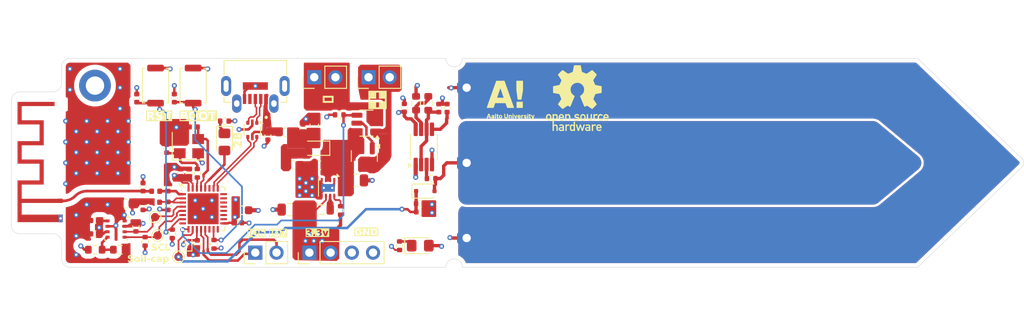
<source format=kicad_pcb>
(kicad_pcb (version 20240108) (generator "pcbnew") (generator_version "8.0")
  (layers (0 "F.Cu" signal) (1 "In1.Cu" signal) (2 "In2.Cu" signal) (31 "B.Cu" signal) (34 "B.Paste" user) (35 "F.Paste" user) (36 "B.SilkS" user "B.Silkscreen") (37 "F.SilkS" user "F.Silkscreen") (38 "B.Mask" user) (39 "F.Mask" user) (44 "Edge.Cuts" user))
  (net 0 "")
  (net 1 "Net-(AE1-A)")
  (net 2 "GND")
  (net 3 "/PWR/LOAD")
  (net 4 "+5V")
  (net 5 "+3.3V")
  (net 6 "Net-(U4-GPIO9)")
  (net 7 "Net-(U4-XTAL_N)")
  (net 8 "Net-(C9-Pad2)")
  (net 9 "+3.3VA")
  (net 10 "Net-(U4-LNA_IN)")
  (net 11 "Net-(U4-CHIP_EN)")
  (net 12 "Net-(D2-K)")
  (net 13 "/MCU/DEBUG")
  (net 14 "Net-(D4-K)")
  (net 15 "/Sensors/sensor_cap")
  (net 16 "+BATT")
  (net 17 "Net-(J5-Pin_2)")
  (net 18 "Net-(J5-Pin_1)")
  (net 19 "Net-(U2-SW)")
  (net 20 "Net-(Q1-G)")
  (net 21 "/MCU/Battery_stat")
  (net 22 "Net-(U2-PG)")
  (net 23 "Net-(U4-XTAL_P)")
  (net 24 "/MCU/SCL")
  (net 25 "/MCU/SDA")
  (net 26 "Net-(U5-SDO)")
  (net 30 "/MCU/USB_D-")
  (net 38 "/MCU/USB_D+")
  (net 39 "/Sensors/Q")
  (net 40 "Net-(U7-CV)")
  (net 41 "Net-(U7-THR)")
  (net 42 "Net-(U7-DIS)")
  (net 45 "VBUS")
  (net 47 "/PWR/D+")
  (net 48 "/PWR/D-")
  (net 49 "/MCU/Soil_cap")
  (footprint "Capacitor_SMD:C_0402_1005Metric" (layer "F.Cu") (at 142.95 118.38 180)
    (property "Reference" "C26" (hide yes))
    (property "Value" "1n")
  )
  (footprint "Diode_SMD:D_SOD-923" (layer "F.Cu") (at 115.2 122.2 90)
    (property "Reference" "D3" (hide yes))
    (property "Value" "SZESD9B5.0ST5G")
  )
  (footprint "Package_DFN_QFN:QFN-32-1EP_5x5mm_P0.5mm_EP3.7x3.7mm" (layer "F.Cu") (at 116.95 118)
    (property "Reference" "U4" (hide yes))
    (property "Value" "ESP32-C3FH4X")
  )
  (footprint "Package_SO:VSSOP-8_3x3mm_P0.65mm" (layer "F.Cu") (at 143.375 110.5925 90)
    (property "Reference" "U7" (hide yes))
    (property "Value" "TLC555xPS")
  )
  (footprint "Connector_PinHeader_2.54mm:PinHeader_1x02_P2.54mm_Vertical" (layer "F.Cu") (at 123.195 123.25 90)
    (property "Reference" "J5" (hide yes))
    (property "Value" "Conn_01x02")
  )
  (footprint "Capacitor_SMD:C_0603_1608Metric" (layer "F.Cu") (at 130.25 108 90)
    (property "Reference" "C5" (hide yes))
    (property "Value" "10u")
  )
  (footprint "LED_SMD:LED_0805_2012Metric_Pad1.15x1.40mm_HandSolder" (layer "F.Cu") (at 142.9425 122.4125)
    (property "Reference" "D2" (hide yes))
    (property "Value" "LED")
  )
  (footprint "Capacitor_SMD:C_0402_1005Metric" (layer "F.Cu") (at 145.1575 105.9425 90)
    (property "Reference" "C25" (hide yes))
    (property "Value" "1n")
  )
  (footprint "Capacitor_SMD:C_0805_2012Metric" (layer "F.Cu") (at 127.3 118.1 180)
    (property "Reference" "C6" (hide yes))
    (property "Value" "22u")
  )
  (footprint "Capacitor_SMD:C_0805_2012Metric" (layer "F.Cu") (at 135.25 114.6)
    (property "Reference" "C1" (hide yes))
    (property "Value" "22u")
  )
  (footprint "Capacitor_SMD:C_0603_1608Metric" (layer "F.Cu") (at 130.9 112.8 180)
    (property "Reference" "C2" (hide yes))
    (property "Value" "10u")
  )
  (footprint "Connector_PinHeader_2.54mm:PinHeader_1x04_P2.54mm_Vertical" (layer "F.Cu") (at 129.67 123.25 90)
    (property "Reference" "J3" (hide yes))
    (property "Value" "Conn_01x04")
  )
  (footprint "Resistor_SMD:R_0402_1005Metric" (layer "F.Cu") (at 119.5 107.5)
    (property "Reference" "R10" (hide yes))
    (property "Value" "1k")
  )
  (footprint "Resistor_SMD:R_0402_1005Metric" (layer "F.Cu") (at 116.25 113.74 90)
    (property "Reference" "R7" (hide yes))
    (property "Value" "10")
  )
  (footprint "Resistor_SMD:R_0603_1608Metric" (layer "F.Cu") (at 142.4425 105.3675 90)
    (property "Reference" "R14" (hide yes))
    (property "Value" "330")
  )
  (footprint "Resistor_SMD:R_0402_1005Metric" (layer "F.Cu") (at 113.25 121 90)
    (property "Reference" "R11" (hide yes))
    (property "Value" "5.1k")
  )
  (footprint "UJ2-MIBH2-4-SMT-TR:CUI_UJ2-MIBH2-4-SMT-TR" (layer "F.Cu") (at 123.2 102.75 180)
    (property "Reference" "J4" (hide yes))
    (property "Value" "UJ2-MIBH2-4-SMT-TR")
  )
  (footprint "Capacitor_SMD:C_0402_1005Metric" (layer "F.Cu") (at 112.75 117.655 -90)
    (property "Reference" "C12" (hide yes))
    (property "Value" "100n")
  )
  (footprint "Project_Library:Moisture_sensor_pads" (layer "F.Cu") (at 147.5 125 90)
    (property "Reference" "S1" (hide yes))
    (property "Value" "~")
  )
  (footprint "Capacitor_SMD:C_0402_1005Metric" (layer "F.Cu") (at 114.25 113.73 90)
    (property "Reference" "C18" (hide yes))
    (property "Value" "100n")
  )
  (footprint "RF_Antenna:Texas_SWRA117D_2.4GHz_Right" (layer "F.Cu") (at 99.875 117.05 90)
    (property "Reference" "AE1" (hide yes))
    (property "Value" "Antenna_Shield")
  )
  (footprint "Package_TO_SOT_SMD:SOT-23" (layer "F.Cu") (at 136.25 111.6875 -90)
    (property "Reference" "Q1" (hide yes))
    (property "Value" "AO3401A")
  )
  (footprint "silkscreen-pictures:aalto" (layer "F.Cu") (at 153.75 105)
    (property "Reference" "G***" (hide yes))
    (property "Value" "LOGO" (hide yes))
  )
  (footprint "Button_Switch_SMD:SW_Push_SPST_NO_Alps_SKRK" (layer "F.Cu") (at 115.75 103.25 90)
    (property "Reference" "SW1" (hide yes))
    (property "Value" "Boot")
  )
  (footprint "Resistor_SMD:R_0402_1005Metric" (layer "F.Cu") (at 133.4 118.2 90)
    (property "Reference" "R4" (hide yes))
    (property "Value" "100k")
  )
  (footprint "Resistor_SMD:R_0603_1608Metric" (layer "F.Cu") (at 143.9075 105.3675 -90)
    (property "Reference" "R16" (hide yes))
    (property "Value" "1.6k")
  )
  (footprint "TestPoint:TestPoint_Pad_D1.0mm" (layer "F.Cu") (at 111.2 119 90)
    (property "Reference" "TP1" (hide yes))
    (property "Value" "TestPoint")
  )
  (footprint "Resistor_SMD:R_0402_1005Metric" (layer "F.Cu") (at 108.9 120.2 -90)
    (property "Reference" "R8" (hide yes))
    (property "Value" "4.7k")
  )
  (footprint "Package_TO_SOT_SMD:SOT-666" (layer "F.Cu") (at 122.8375 108.55 -90)
    (property "Reference" "U3" (hide yes))
    (property "Value" "USBLC6-2P6")
  )
  (footprint "Capacitor_SMD:C_0402_1005Metric" (layer "F.Cu") (at 112.75 115.405 90)
    (property "Reference" "C15" (hide yes))
    (property "Value" "3.3p")
  )
  (footprint "MountingHole:MountingHole_2.2mm_M2_DIN965_Pad" (layer "F.Cu") (at 104 103.25 90)
    (property "Reference" "H1" (hide yes))
    (property "Value" "MountingHole")
  )
  (footprint "Diode_SMD:D_SOD-323" (layer "F.Cu") (at 130.5 110.75 180)
    (property "Reference" "D5" (hide yes))
    (property "Value" "BAT60A")
  )
  (footprint "Capacitor_SMD:C_0402_1005Metric" (layer "F.Cu") (at 112.6 110.8 -90)
    (property "Reference" "C9" (hide yes))
    (property "Value" "9p")
  )
  (footprint "Capacitor_SMD:C_0402_1005Metric" (layer "F.Cu") (at 128.9 108.37 90)
    (property "Reference" "C4" (hide yes))
    (property "Value" "100n")
  )
  (footprint "Capacitor_SMD:C_0402_1005Metric" (layer "F.Cu") (at 115.8 108.2)
    (property "Reference" "C8" (hide yes))
    (property "Value" "9p")
  )
  (footprint "Capacitor_SMD:C_0402_1005Metric" (layer "F.Cu") (at 104 119.4 180)
    (property "Reference" "C22" (hide yes))
    (property "Value" "100n")
  )
  (footprint "Capacitor_SMD:C_0402_1005Metric" (layer "F.Cu") (at 141.0425 105.9125 90)
    (property "Reference" "C24" (hide yes))
    (property "Value" "100n")
  )
  (footprint "Capacitor_SMD:C_0402_1005Metric" (layer "F.Cu") (at 113.5 104.75 -90)
    (property "Reference" "C7" (hide yes))
    (property "Value" "100n")
  )
  (footprint "Capacitor_SMD:C_0402_1005Metric" (layer "F.Cu") (at 115.25 113.73 90)
    (property "Reference" "C19" (hide yes))
    (property "Value" "100n")
  )
  (footprint "Button_Switch_SMD:SW_Push_SPST_NO_Alps_SKRK" (layer "F.Cu") (at 111.25 103.25 90)
    (property "Reference" "SW2" (hide yes))
    (property "Value" "Reset")
  )
  (footprint "TestPoint:TestPoint_Pad_D1.0mm" (layer "F.Cu") (at 111.5 121.2 90)
    (property "Reference" "TP2" (hide yes))
    (property "Value" "TestPoint")
  )
  (footprint "Inductor_SMD:L_0603_1608Metric" (layer "F.Cu") (at 126.8 108.85)
    (property "Reference" "L1" (hide yes))
    (property "Value" "2.2n")
  )
  (footprint "Capacitor_SMD:C_0402_1005Metric" (layer "F.Cu") (at 109 104.75 90)
    (property "Reference" "C20" (hide yes))
    (property "Value" "100n")
  )
  (footprint "Diode_SMD:D_SOD-323F" (layer "F.Cu") (at 143.55 115.88)
    (property "Reference" "D8" (hide yes))
    (property "Value" "BAT54J")
  )
  (footprint "Package_SON:WSON-8-1EP_2x2mm_P0.5mm_EP0.9x1.6mm_ThermalVias" (layer "F.Cu") (at 131.9 115.5 -90)
    (property "Reference" "U2" (hide yes))
    (property "Value" "TPS62172DSG")
  )
  (footprint "Resistor_SMD:R_0402_1005Metric" (layer "F.Cu") (at 142.95 117.38 180)
    (property "Reference" "R17" (hide yes))
    (property "Value" "1M")
  )
  (footprint "Resistor_SMD:R_0603_1608Metric" (layer "F.Cu") (at 104.025 122.9)
    (property "Reference" "R12" (hide yes))
    (property "Value" "0")
  )
  (footprint "Package_LGA:Bosch_LGA-8_2.5x2.5mm_P0.65mm_ClockwisePinNumbering" (layer "F.Cu") (at 106.525 120.425 -90)
    (property "Reference" "U5" (hide yes))
    (property "Value" "BME280")
  )
  (footprint "Capacitor_SMD:C_0402_1005Metric" (layer "F.Cu") (at 104 121 180)
    (property "Reference" "C21" (hide yes))
    (property "Value" "100n")
  )
  (footprint "Capacitor_SMD:C_0402_1005Metric" (layer "F.Cu") (at 116.25 122.25 -90)
    (property "Reference" "C16" (hide yes))
    (property "Value" "100n")
  )
  (footprint "Capacitor_SMD:C_0402_1005Metric" (layer "F.Cu") (at 124.7 109.25 -90)
    (property "Reference" "C3" (hide yes))
    (property "Value" "100n")
  )
  (footprint "Resistor_SMD:R_0402_1005Metric" (layer "F.Cu") (at 140.4675 122.4225 -90)
    (property "Reference" "R5" (hide yes))
    (property "Value" "1k")
  )
  (footprint "TestPoint:TestPoint_Pad_D1.0mm" (layer "F.Cu") (at 114 123.75)
    (property "Reference" "TP3" (hide yes))
    (property "Value" "TestPoint")
  )
  (footprint "silkscreen-pictures:open_source" (layer "F.Cu") (at 161.75 104.75)
    (property "Reference" "G***" (hide yes))
    (property "Value" "LOGO" (hide yes))
  )
  (footprint "Resistor_SMD:R_0402_1005Metric" (layer "F.Cu") (at 110 121.9 90)
    (property "Reference" "R9" (hide yes))
    (property "Value" "4.7k")
  )
  (footprint "Capacitor_SMD:C_0603_1608Metric" (layer "F.Cu") (at 107.7 117.4 180)
    (property "Reference" "C10" (hide yes))
    (property "Value" "10u")
  )
  (footprint "Package_TO_SOT_SMD:TSOT-23-6" (layer "F.Cu") (at 136.5 107.75 180)
    (property "Reference" "U1" (hide yes))
    (property "Value" "LTC4412xS6")
  )
  (footprint "Capacitor_SMD:C_0603_1608Metric" (layer "F.Cu") (at 127.8 112.75)
    (property "Reference" "C5" (hide yes))
    (property "Value" "10u")
  )
  (footprint "Resistor_SMD:R_0402_1005Metric" (layer "F.Cu") (at 118.25 122.25 90)
    (property "Reference" "R6" (hide yes))
    (property "Value" "5.1k")
  )
  (footprint "Capacitor_SMD:C_0402_1005Metric" (layer "F.Cu") (at 146.1575 105.9425 90)
    (property "Reference" "C23" (hide yes))
    (property "Value" "10n")
  )
  (footprint "Inductor_SMD:L_0805_2012Metric" (layer "F.Cu") (at 131.1 118.1 180)
    (property "Reference" "L2" (hide yes))
    (property "Value" "2.2u")
  )
  (footprint "Capacitor_SMD:C_0402_1005Metric" (layer "F.Cu") (at 109.75 115.4 90)
    (property "Reference" "C17" (hide yes))
    (property "Value" "3.3p")
  )
  (footprint "Resistor_SMD:R_0402_1005Metric" (layer "F.Cu") (at 133.25 106.75)
    (property "Reference" "R1" (hide yes))
    (property "Value" "470k")
  )
  (footprint "Connector_PinHeader_2.54mm:PinHeader_1x02_P2.54mm_Vertical" (layer "F.Cu") (at 136.75 102.25 90)
    (property "Reference" "J1" (hide yes))
    (property "Value" "Conn_01x02")
  )
  (footprint "Crystal:Crystal_SMD_3225-4Pin_3.2x2.5mm" (layer "F.Cu") (at 115.25 110.5)
    (property "Reference" "Y1" (hide yes))
    (property "Value" "40MHz")
  )
  (footprint "Inductor_SMD:L_0402_1005Metric" (layer "F.Cu") (at 111.265 115.9)
    (property "Reference" "L4" (hide yes))
    (property "Value" "2.2n")
  )
  (footprint "Connector_PinHeader_2.54mm:PinHeader_1x02_P2.54mm_Vertical" (layer "F.Cu") (at 130.25 102.25 90)
    (property "Reference" "J2" (hide yes))
    (property "Value" "Conn_01x02")
  )
  (footprint "Capacitor_SMD:C_0402_1005Metric" (layer "F.Cu") (at 109.75 117.655 -90)
    (property "Reference" "C11" (hide yes))
    (property "Value" "100n")
  )
  (footprint "Resistor_SMD:R_0603_1608Metric" (layer "F.Cu") (at 107.025 122.9)
    (property "Reference" "R13" (hide yes))
    (property "Value" "0")
  )
  (footprint "Resistor_SMD:R_0402_1005Metric" (layer "F.Cu") (at 144.25 114.38)
    (property "Reference" "R15" (hide yes))
    (property "Value" "10k")
  )
  (footprint "Inductor_SMD:L_0402_1005Metric" (layer "F.Cu") (at 111.25 117.215 180)
    (property "Reference" "L3" (hide yes))
    (property "Value" "2.2n")
  )
  (footprint "Capacitor_SMD:C_0603_1608Metric" (layer "F.Cu") (at 121.62 118.175)
    (property "Reference" "C14" (hide yes))
    (property "Value" "10u")
  )
  (footprint "LED_SMD:LED_0805_2012Metric_Pad1.15x1.40mm_HandSolder" (layer "F.Cu") (at 119.5 110 -90)
    (property "Reference" "D4" (hide yes))
    (property "Value" "LED")
  )
  (footprint "Capacitor_SMD:C_0402_1005Metric" (layer "F.Cu") (at 121.1 119.675)
    (property "Reference" "C13" (hide yes))
    (property "Value" "100n")
  )
  (gr_arc (start 100 101) (mid 100.292893 100.292893) (end 101 100) (stroke (width 0.05)) (layer "Edge.Cuts"))
  (gr_arc (start 95 121) (mid 94.292893 120.707107) (end 94 120) (stroke (width 0.05)) (layer "Edge.Cuts"))
  (gr_line (start 145.5 125) (end 146 125) (stroke (width 0.05)) (layer "Edge.Cuts"))
  (gr_line (start 101 100) (end 145.5 100) (stroke (width 0.05)) (layer "Edge.Cuts"))
  (gr_arc (start 101 125) (mid 100.292893 124.707107) (end 100 124) (stroke (width 0.05)) (layer "Edge.Cuts"))
  (gr_arc (start 148 100) (mid 147 101) (end 146 100) (stroke (width 0.05)) (layer "Edge.Cuts"))
  (gr_arc (start 99 121) (mid 99.707107 121.292893) (end 100 122) (stroke (width 0.05)) (layer "Edge.Cuts"))
  (gr_line (start 99 104) (end 95 104) (stroke (width 0.05)) (layer "Edge.Cuts"))
  (gr_line (start 100 101) (end 100 103) (stroke (width 0.05)) (layer "Edge.Cuts"))
  (gr_line (start 214.999999 112.999999) (end 202.5 125) (stroke (width 0.05)) (layer "Edge.Cuts"))
  (gr_line (start 202.5 100) (end 214.999999 112.000001) (stroke (width 0.05)) (layer "Edge.Cuts"))
  (gr_line (start 148 100) (end 202.5 100) (stroke (width 0.05)) (layer "Edge.Cuts"))
  (gr_line (start 99 121) (end 95 121) (stroke (width 0.05)) (layer "Edge.Cuts"))
  (gr_arc (start 146 125) (mid 147 124) (end 148 125) (stroke (width 0.05)) (layer "Edge.Cuts"))
  (gr_line (start 94 105) (end 94 120) (stroke (width 0.05)) (layer "Edge.Cuts"))
  (gr_line (start 148 125) (end 202.5 125) (stroke (width 0.05)) (layer "Edge.Cuts"))
  (gr_arc (start 214.999999 112.000001) (mid 215.207105 112.5) (end 214.999999 112.999999) (stroke (width 0.05)) (layer "Edge.Cuts"))
  (gr_arc (start 94 105) (mid 94.292893 104.292893) (end 95 104) (stroke (width 0.05)) (layer "Edge.Cuts"))
  (gr_line (start 145.5 100) (end 146 100) (stroke (width 0.05)) (layer "Edge.Cuts"))
  (gr_line (start 100 124) (end 100 122) (stroke (width 0.05)) (layer "Edge.Cuts"))
  (gr_arc (start 100 103) (mid 99.707107 103.707107) (end 99 104) (stroke (width 0.05)) (layer "Edge.Cuts"))
  (gr_line (start 101 125) (end 145.5 125) (stroke (width 0.05)) (layer "Edge.Cuts"))
  (gr_text "BOOT" (at 114.1 107.55 0) (layer "F.SilkS" knockout) (effects (font (size 1 1) (thickness 0.2) (bold yes)) (justify left bottom)))
  (gr_text "3.3v" (at 129.25 121.4 0) (layer "F.SilkS" knockout) (effects (font (size 0.8 0.8) (thickness 0.2) (bold yes)) (justify left bottom)))
  (gr_text "GND" (at 135.1 121.3 0) (layer "F.SilkS" knockout) (effects (font (size 0.8 0.8) (thickness 0.2) (bold yes)) (justify left bottom)))
  (gr_text "SCL" (at 110.7 123.15 0) (layer "F.SilkS") (effects (font (size 0.8 0.8) (thickness 0.15) (bold yes)) (justify left bottom)))
  (gr_text "RST" (at 110.1 107.55 0) (layer "F.SilkS" knockout) (effects (font (size 1 1) (thickness 0.2) (bold yes)) (justify left bottom)))
  (gr_text "28" (at 121.75 110.75 90) (layer "F.SilkS") (effects (font (size 1 1) (thickness 0.2) (bold yes)) (justify left bottom)))
  (gr_text "IO6" (at 122.25 121.45 0) (layer "F.SilkS" knockout) (effects (font (size 0.8 0.8) (thickness 0.2) (bold yes)) (justify left bottom)))
  (gr_text "Soil-cap" (at 107.85 124.5 0) (layer "F.SilkS") (effects (font (size 0.8 0.8) (thickness 0.15) (bold yes)) (justify left bottom)))
  (gr_text "-" (at 132.5 103.75 180) (layer "F.SilkS" knockout) (effects (font (size 2 2) (thickness 0.2) (bold yes)) (justify left bottom)))
  (gr_text "+" (at 139 103.75 180) (layer "F.SilkS" knockout) (effects (font (size 2 2) (thickness 0.2) (bold yes)) (justify left bottom)))
  (gr_text "IO7" (at 124.85 121.45 0) (layer "F.SilkS" knockout) (effects (font (size 0.8 0.8) (thickness 0.2) (bold yes)) (justify left bottom)))
  (segment (start 100.222685 117.05) (end 99.875 117.05) (width 0.32) (layer "F.Cu") (net 1))
  (segment (start 103.047314 115.88) (end 109.75 115.88) (width 0.32) (layer "F.Cu") (net 1))
  (segment (start 109.77 115.9) (end 109.75 115.88) (width 0.3) (layer "F.Cu") (net 1))
  (segment (start 110.78 115.9) (end 109.77 115.9) (width 0.32) (layer "F.Cu") (net 1))
  (arc (start 101.635 116.465) (mid 102.282975 116.032037) (end 103.047314 115.88) (width 0.32) (layer "F.Cu") (net 1))
  (arc (start 100.222685 117.05) (mid 100.987024 116.897964) (end 101.635 116.465) (width 0.32) (layer "F.Cu") (net 1))
  (segment (start 106.4 120.1) (end 106.5 120) (width 0.3) (layer "F.Cu") (net 2))
  (segment (start 116.35 112) (end 116.85 112.5) (width 0.3) (layer "F.Cu") (net 2))
  (segment (start 132.65 114.55) (end 132.65 115.25) (width 0.2) (layer "F.Cu") (net 2))
  (segment (start 122.25 108.5) (end 121.25 108.5) (width 0.3) (layer "F.Cu") (net 2))
  (segment (start 109.75 114.92) (end 109.75 114.15) (width 0.3) (layer "F.Cu") (net 2))
  (segment (start 145.1575 105.4625) (end 145.6 105.4625) (width 0.4) (layer "F.Cu") (net 2))
  (segment (start 111.84629 118.135) (end 112.75 118.135) (width 0.3) (layer "F.Cu") (net 2))
  (segment (start 122.8375 107.625) (end 122.8375 108.042656) (width 0.3) (layer "F.Cu") (net 2))
  (segment (start 110.383134 118.135) (end 110.494845 118.023289) (width 0.3) (layer "F.Cu") (net 2))
  (segment (start 122.42 119.675) (end 122.445 119.7) (width 0.3) (layer "F.Cu") (net 2))
  (segment (start 145.6 105.4625) (end 145.6 104.73) (width 0.4) (layer "F.Cu") (net 2))
  (segment (start 122.8375 108.042656) (end 122.380156 108.5) (width 0.3) (layer "F.Cu") (net 2))
  (segment (start 113.5 104.27) (end 113.5 103.25) (width 0.3) (layer "F.Cu") (net 2))
  (segment (start 120.01 107.5) (end 120.725 107.5) (width 0.3) (layer "F.Cu") (net 2))
  (segment (start 107.55 118.8) (end 107.55 119.45) (width 0.3) (layer "F.Cu") (net 2))
  (segment (start 114.55 109.65) (end 114.15 109.65) (width 0.3) (layer "F.Cu") (net 2))
  (segment (start 126.35 118.1) (end 125.3 118.1) (width 0.5) (layer "F.Cu") (net 2))
  (segment (start 111.746289 118.034999) (end 111.84629 118.135) (width 0.3) (layer "F.Cu") (net 2))
  (segment (start 124.7 109.73) (end 124.7 110.05) (width 0.3) (layer "F.Cu") (net 2))
  (segment (start 139.9325 122.9325) (end 139.5 122.5) (width 0.2) (layer "F.Cu") (net 2))
  (segment (start 117.4 101.15) (end 117.5 101.25) (width 0.3) (layer "F.Cu") (net 2))
  (segment (start 116.35 111.35) (end 116.25 111.35) (width 0.3) (layer "F.Cu") (net 2))
  (segment (start 146.7 103.48) (end 146.65 103.53) (width 0.4) (layer "F.Cu") (net 2))
  (segment (start 121.9 103.95) (end 122.55 103.3) (width 0.3) (layer "F.Cu") (net 2))
  (segment (start 141.0425 105.4325) (end 141.0425 104.9225) (width 0.4) (layer "F.Cu") (net 2))
  (segment (start 145.6 105.4625) (end 146.1575 105.4625) (width 0.4) (layer "F.Cu") (net 2))
  (segment (start 137.2 114.6) (end 136.2 114.6) (width 0.5) (layer "F.Cu") (net 2))
  (segment (start 122.55 103.3) (end 123.2 103.3) (width 0.3) (layer "F.Cu") (net 2))
  (segment (start 148.5 121.5) (end 146.55 121.5) (width 0.4) (layer "F.Cu") (net 2))
  (segment (start 142.4 114.23) (end 142.4 112.705) (width 0.5) (layer "F.Cu") (net 2))
  (segment (start 146.55 121.5) (end 146.5 121.45) (width 0.4) (layer "F.Cu") (net 2))
  (segment (start 120.725 107.5) (end 120.75 107.475) (width 0.3) (layer "F.Cu") (net 2))
  (segment (start 132.65 115.25) (end 132.4 115.5) (width 0.2) (layer "F.Cu") (net 2))
  (segment (start 109.75 118.135) (end 110.383134 118.135) (width 0.3) (layer "F.Cu") (net 2))
  (segment (start 148.5 103.5) (end 146.35 103.5) (width 0.4) (layer "F.Cu") (net 2))
  (segment (start 111.25 101.15) (end 112.9 101.15) (width 0.3) (layer "F.Cu") (net 2))
  (segment (start 105.5 120.1) (end 106.4 120.1) (width 0.3) (layer "F.Cu") (net 2))
  (segment (start 116.35 111.35) (end 116.35 112) (width 0.3) (layer "F.Cu") (net 2))
  (segment (start 121.9 104.85) (end 121.9 103.95) (width 0.3) (layer "F.Cu") (net 2))
  (segment (start 122.395 118.175) (end 123.52 118.175) (width 0.5) (layer "F.Cu") (net 2))
  (segment (start 107.5 118.75) (end 107.55 118.8) (width 0.3) (layer "F.Cu") (net 2))
  (segment (start 109 104.27) (end 109 103.5) (width 0.3) (layer "F.Cu") (net 2))
  (segment (start 115.75 101.15) (end 117.4 101.15) (width 0.3) (layer "F.Cu") (net 2))
  (segment (start 121.58 119.675) (end 122.42 119.675) (width 0.3) (layer "F.Cu") (net 2))
  (segment (start 113.75 109.25) (end 113.75 108.25) (width 0.3) (layer "F.Cu") (net 2))
  (segment (start 140.4675 122.9325) (end 139.9325 122.9325) (width 0.2) (layer "F.Cu") (net 2))
  (segment (start 112.9 101.15) (end 113 101.25) (width 0.3) (layer "F.Cu") (net 2))
  (segment (start 124.7 110.05) (end 124.25 110.5) (width 0.3) (layer "F.Cu") (net 2))
  (segment (start 123.52 118.175) (end 123.545 118.2) (width 0.5) (layer "F.Cu") (net 2))
  (segment (start 114.15 109.65) (end 113.75 109.25) (width 0.3) (layer "F.Cu") (net 2))
  (segment (start 141.0425 104.9225) (end 140.85 104.73) (width 0.4) (layer "F.Cu") (net 2))
  (segment (start 122.380156 108.5) (end 122.25 108.5) (width 0.3) (layer "F.Cu") (net 2))
  (via (at 100.5 112.5) (size 0.6) (drill 0.3) (layers "F.Cu" "B.Cu") (net 2))
  (via (at 106.5 120) (size 0.6) (drill 0.3) (layers "F.Cu" "B.Cu") (net 2))
  (via (at 104.25 111.25) (size 0.6) (drill 0.3) (layers "F.Cu" "B.Cu") (net 2))
  (via (at 101.75 108.75) (size 0.6) (drill 0.3) (layers "F.Cu" "B.Cu") (net 2))
  (via (at 129.25 115.9) (size 0.6) (drill 0.3) (layers "F.Cu" "B.Cu") (net 2))
  (via (at 125.3 118.1) (size 0.6) (drill 0.3) (layers "F.Cu" "B.Cu") (net 2))
  (via (at 101 103.75) (size 0.6) (drill 0.3) (layers "F.Cu" "B.Cu") (net 2))
  (via (at 123.2 103.3) (size 0.6) (drill 0.3) (layers "F.Cu" "B.Cu") (net 2))
  (via (at 113.5 113) (size 0.6) (drill 0.3) (layers "F.Cu" "B.Cu") (net 2))
  (via (at 129.25 114.9) (size 0.6) (drill 0.3) (layers "F.Cu" "B.Cu") (net 2))
  (via (at 116.95 118) (size 0.6) (drill 0.3) (layers "F.Cu" "B.Cu") (net 2))
  (via (at 101.75 123.5) (size 0.6) (drill 0.3) (layers "F.Cu" "B.Cu") (net 2))
  (via (at 128.5 115.4) (size 0.6) (drill 0.3) (layers "F.Cu" "B.Cu") (net 2))
  (via (at 140.85 104.73) (size 0.6) (drill 0.3) (layers "F.Cu" "B.Cu") (net 2))
  (via (at 128.5 116.4) (size 0.6) (drill 0.3) (layers "F.Cu" "B.Cu") (net 2))
  (via (at 100.5 107.5) (size 0.6) (drill 0.3) (layers "F.Cu" "B.Cu") (net 2))
  (via (at 130 115.4) (size 0.6) (drill 0.3) (layers "F.Cu" "B.Cu") (net 2))
  (via (at 106.75 111.25) (size 0.6) (drill 0.3) (layers "F.Cu" "B.Cu") (net 2))
  (via (at 128.5 114.4) (size 0.6) (drill 0.3) (layers "F.Cu" "B.Cu") (net 2))
  (via (at 144.35 117.48) (size 0.6) (drill 0.3) (layers "F.Cu" "B.Cu") (net 2))
  (via (at 106.75 113.75) (size 0.6) (drill 0.3) (layers "F.Cu" "B.Cu") (net 2))
  (via (at 101.75 121.25) (size 0.6) (drill 0.3) (layers "F.Cu" "B.Cu") (net 2))
  (via (at 146.5 121.45) (size 0.6) (drill 0.3) (layers "F.Cu" "B.Cu") (net 2))
  (via (at 145.6 104.73) (size 0.6) (drill 0.3) (layers "F.Cu" "B.Cu") (net 2))
  (via (at 118 117) (size 0.6) (drill 0.3) (layers "F.Cu" "B.Cu") (net 2))
  (via (at 105.5 117.5) (size 0.6) (drill 0.3) (layers "F.Cu" "B.Cu") (net 2))
  (via (at 101.75 113.75) (size 0.6) (drill 0.3) (layers "F.Cu" "B.Cu") (net 2))
  (via (at 108 110) (size 0.6) (drill 0.3) (layers "F.Cu" "B.Cu") (net 2))
  (via (at 100.5 115) (size 0.6) (drill 0.3) (layers "F.Cu" "B.Cu") (net 2))
  (via (at 103 117.5) (size 0.6) (drill 0.3) (layers "F.Cu" "B.Cu") (net 2))
  (via (at 104.25 108.75) (size 0.6) (drill 0.3) (layers "F.Cu" "B.Cu") (net 2))
  (via (at 107 103.5) (size 0.6) (drill 0.3) (layers "F.Cu" "B.Cu") (net 2))
  (via (at 105.5 110) (size 0.6) (drill 0.3) (layers "F.Cu" "B.Cu") (net 2))
  (via (at 103 110) (size 0.6) (drill 0.3) (layers "F.Cu" "B.Cu") (net 2))
  (via (at 113 101.25) (size 0.6) (drill 0.3) (layers "F.Cu" "B.Cu") (net 2))
  (via (at 144.35 118.48) (size 0.6) (drill 0.3) (layers "F.Cu" "B.Cu") (net 2))
  (via (at 130 114.4) (size 0.6) (drill 0.3) (layers "F.Cu" "B.Cu") (net 2))
  (via (at 116.85 112.5) (size 0.6) (drill 0.3) (layers "F.Cu" "B.Cu") (net 2))
  (via (at 139.5 122.5) (size 0.6) (drill 0.3) (layers "F.Cu" "B.Cu") (net 2))
  (via (at 122.445 119.7) (size 0.6) (drill 0.3) (layers "F.Cu" "B.Cu") (net 2))
  (via (at 124.25 110.5) (size 0.6) (drill 0.3) (layers "F.Cu" "B.Cu") (net 2))
  (via (at 100.5 110) (size 0.6) (drill 0.3) (layers "F.Cu" "B.Cu") (net 2))
  (via (at 101.75 118.75) (size 0.6) (drill 0.3) (layers "F.Cu" "B.Cu") (net 2))
  (via (at 118 119) (size 0.6) (drill 0.3) (layers "F.Cu" "B.Cu") (net 2))
  (via (at 107 106) (size 0.6) (drill 0.3) (layers "F.Cu" "B.Cu") (net 2))
  (via (at 115.75 123.5) (size 0.6) (drill 0.3) (layers "F.Cu" "B.Cu") (net 2))
  (via (at 116 119) (size 0.6) (drill 0.3) (layers "F.Cu" "B.Cu") (net 2))
  (via (at 113.5 103.25) (size 0.6) (drill 0.3) (layers "F.Cu" "B.Cu") (net 2))
  (via (at 109.75 114.15) (size 0.6) (drill 0.3) (layers "F.Cu" "B.Cu") (net 2))
  (via (at 129.25 107.25) (size 0.6) (drill 0.3) (layers "F.Cu" "B.Cu") (net 2))
  (via (at 120.75 107.475) (size 0.6) (drill 0.3) (layers "F.Cu" "B.Cu") (net 2))
  (via (at 110.494845 118.023289) (size 0.6) (drill 0.3) (layers "F.Cu" "B.Cu") (net 2))
  (via (at 101 101.25) (size 0.6) (drill 0.3) (layers "F.Cu" "B.Cu") (net 2))
  (via (at 107.5 118.75) (size 0.6) (drill 0.3) (layers "F.Cu" "B.Cu") (net 2))
  (via (at 137.2 114.6) (size 0.6) (drill 0.3) (layers "F.Cu" "B.Cu") (net 2))
  (via (at 105.5 107.5) (size 0.6) (drill 0.3) (layers "F.Cu" "B.Cu") (net 2))
  (via (at 142.4 114.23) (size 0.6) (drill 0.3) (layers "F.Cu" "B.Cu") (net 2))
  (via (at 103 112.5) (size 0.6) (drill 0.3) (layers "F.Cu" "B.Cu") (net 2))
  (via (at 111.746289 118.034999) (size 0.6) (drill 0.3) (layers "F.Cu" "B.Cu") (net 2))
  (via (at 130 116.4) (size 0.6) (drill 0.3) (layers "F.Cu" "B.Cu") (net 2))
  (via (at 103 107.5) (size 0.6) (drill 0.3) (layers "F.Cu" "B.Cu") (net 2))
  (via (at 108 112.5) (size 0.6) (drill 0.3) (layers "F.Cu" "B.Cu") (net 2))
  (via (at 109 103.5) (size 0.6) (drill 0.3) (layers "F.Cu" "B.Cu") (net 2))
  (via (at 107 101.25) (size 0.6) (drill 0.3) (layers "F.Cu" "B.Cu") (net 2))
  (via (at 116 117) (size 0.6) (drill 0.3) (layers "F.Cu" "B.Cu") (net 2))
  (via (at 146.65 103.53) (size 0.6) (drill 0.3) (layers "F.Cu" "B.Cu") (net 2))
  (via (at 104.25 113.75) (size 0.6) (drill 0.3) (layers "F.Cu" "B.Cu") (net 2))
  (via (at 108 107.5) (size 0.6) (drill 0.3) (layers "F.Cu" "B.Cu") (net 2))
  (via (at 101.75 111.25) (size 0.6) (drill 0.3) (layers "F.Cu" "B.Cu") (net 2))
  (via (at 113.75 108.25) (size 0.6) (drill 0.3) (layers "F.Cu" "B.Cu") (net 2))
  (via (at 105.5 112.5) (size 0.6) (drill 0.3) (layers "F.Cu" "B.Cu") (net 2))
  (via (at 121.25 108.5) (size 0.6) (drill 0.3) (layers "F.Cu" "B.Cu") (net 2))
  (via (at 123.545 118.2) (size 0.6) (drill 0.3) (layers "F.Cu" "B.Cu") (net 2))
  (via (at 106.75 108.75) (size 0.6) (drill 0.3) (layers "F.Cu" "B.Cu") (net 2))
  (via (at 117.5 101.25) (size 0.6) (drill 0.3) (layers "F.Cu" "B.Cu") (net 2))
  (segment (start 135.3 108.7625) (end 135.3625 108.7) (width 0.3) (layer "F.Cu") (net 3))
  (segment (start 127.5875 108.85) (end 128.9 108.85) (width 0.3) (layer "F.Cu") (net 4))
  (segment (start 145.4125 122.4125) (end 145.5 122.5) (width 0.4) (layer "F.Cu") (net 5))
  (segment (start 114.6 122) (end 114.6 122.3) (width 0.2) (layer "F.Cu") (net 5))
  (segment (start 116.2 120.45) (end 116.2 121.72) (width 0.2) (layer "F.Cu") (net 5))
  (segment (start 116.25 121.77) (end 115.21 121.77) (width 0.3) (layer "F.Cu") (net 5))
  (segment (start 114.25 114.65) (end 114.25 114.21) (width 0.2) (layer "F.Cu") (net 5))
  (segment (start 115.21 121.77) (end 115.2 121.78) (width 0.3) (layer "F.Cu") (net 5))
  (segment (start 115.2 121.78) (end 114.82 121.78) (width 0.2) (layer "F.Cu") (net 5))
  (segment (start 132 106.75) (end 131.75 107) (width 0.3) (layer "F.Cu") (net 5))
  (segment (start 105.5 120.75) (end 105.25 120.75) (width 0.3) (layer "F.Cu") (net 5))
  (segment (start 119.4 119.75) (end 119.9 119.75) (width 0.3) (layer "F.Cu") (net 5))
  (segment (start 113.25 121.51) (end 113.25 122.25) (width 0.3) (layer "F.Cu") (net 5))
  (segment (start 141.0425 106.3925) (end 140.4375 106.3925) (width 0.4) (layer "F.Cu") (net 5))
  (segment (start 104.48 121) (end 104.975 121) (width 0.3) (layer "F.Cu") (net 5))
  (segment (start 109.69 119.69) (end 109.75 119.75) (width 0.3) (layer "F.Cu") (net 5))
  (segment (start 131.65 116.95) (end 130.5 118.1) (width 0.2) (layer "F.Cu") (net 5))
  (segment (start 103.2 122.9) (end 102.75 122.9) (width 0.3) (layer "F.Cu") (net 5))
  (segment (start 133.4 119.95) (end 132.25 121.1) (width 0.4) (layer "F.Cu") (net 5))
  (segment (start 133.4 118.71) (end 133.4 119.95) (width 0.4) (layer "F.Cu") (net 5))
  (segment (start 119.04 122.76) (end 118.25 122.76) (width 0.2) (layer "F.Cu") (net 5))
  (segment (start 116.2 121.72) (end 116.25 121.77) (width 0.2) (layer "F.Cu") (net 5))
  (segment (start 130.5 118.1) (end 130.0375 118.1) (width 0.2) (layer "F.Cu") (net 5))
  (segment (start 142.4 108.48) (end 142.4 107.78) (width 0.4) (layer "F.Cu") (net 5))
  (segment (start 104.975 121) (end 105.1 120.875) (width 0.3) (layer "F.Cu") (net 5))
  (segment (start 105.5 119.45) (end 104.53 119.45) (width 0.3) (layer "F.Cu") (net 5))
  (segment (start 108.9 119.69) (end 109.69 119.69) (width 0.3) (layer "F.Cu") (net 5))
  (segment (start 132.25 121.1) (end 130.7 121.1) (width 0.4) (layer "F.Cu") (net 5))
  (segment (start 108.475 118.475) (end 108.5 118.5) (width 0.3) (layer "F.Cu") (net 5))
  (segment (start 120.025 119.675) (end 120.62 119.675) (width 0.3) (layer "F.Cu") (net 5))
  (segment (start 144.35 112.705) (end 144.35 110.98) (width 0.4) (layer "F.Cu") (net 5))
  (segment (start 140.4375 106.3925) (end 140.35 106.48) (width 0.4) (layer "F.Cu") (net 5))
  (segment (start 141.85 107.23) (end 141.35 107.23) (width 0.4) (layer "F.Cu") (net 5))
  (segment (start 115.7 115) (end 115.25 114.55) (width 0.2) (layer "F.Cu") (net 5))
  (segment (start 102.75 122.9) (end 102.3 122.45) (width 0.3) (layer "F.Cu") (net 5))
  (segment (start 114.82 121.78) (end 114.7 121.9) (width 0.2) (layer "F.Cu") (net 5))
  (segment (start 105.25 120.75) (end 105.1 120.9) (width 0.3) (layer "F.Cu") (net 5))
  (segment (start 115.7 115.55) (end 115.7 115) (width 0.2) (layer "F.Cu") (net 5))
  (segment (start 143.9675 122.4125) (end 145.4125 122.4125) (width 0.4) (layer "F.Cu") (net 5))
  (segment (start 142.4 107.78) (end 141.85 107.23) (width 0.4) (layer "F.Cu") (net 5))
  (segment (start 119.1 122.7) (end 119.04 122.76) (width 0.2) (layer "F.Cu") (net 5))
  (segment (start 141.0425 106.9225) (end 141.0425 106.3925) (width 0.4) (layer "F.Cu") (net 5))
  (segment (start 115.2 115) (end 115.1 114.9) (width 0.2) (layer "F.Cu") (net 5))
  (segment (start 141.35 107.23) (end 141.0425 106.9225) (width 0.4) (layer "F.Cu") (net 5))
  (segment (start 129.9375 118.1) (end 128.25 118.1) (width 0.5) (layer "F.Cu") (net 5))
  (segment (start 141.0425 106.3925) (end 141.0425 106.4425) (width 0.5) (layer "F.Cu") (net 5))
  (segment (start 108.475 117.4) (end 108.475 118.475) (width 0.3) (layer "F.Cu") (net 5))
  (segment (start 114.5 114.9) (end 114.25 114.65) (width 0.2) (layer "F.Cu") (net 5))
  (segment (start 115.1 114.9) (end 114.5 114.9) (width 0.2) (layer "F.Cu") (net 5))
  (segment (start 104.53 119.45) (end 104.48 119.4) (width 0.3) (layer "F.Cu") (net 5))
  (segment (start 115.25 114.55) (end 115.25 114.21) (width 0.2) (layer "F.Cu") (net 5))
  (segment (start 132.74 106.75) (end 132 106.75) (width 0.3) (layer "F.Cu") (net 5))
  (segment (start 142.4425 103.3875) (end 142.6 103.23) (width 0.4) (layer "F.Cu") (net 5))
  (segment (start 115.2 115.55) (end 115.2 115) (width 0.2) (layer "F.Cu") (net 5))
  (segment (start 131.65 116.45) (end 131.65 116.95) (width 0.2) (layer "F.Cu") (net 5))
  (segment (start 142.4425 104.5425) (end 142.4425 103.3875) (width 0.4) (layer "F.Cu") (net 5))
  (segment (start 114.7 121.9) (end 114.6 122) (width 0.2) (layer "F.Cu") (net 5))
  (segment (start 110 122.41) (end 110 123.25) (width 0.3) (layer "F.Cu") (net 5))
  (via (at 113.25 122.25) (size 0.6) (drill 0.3) (layers "F.Cu" "B.Cu") (net 5))
  (via (at 129.2 121.85) (size 0.6) (drill 0.3) (layers "F.Cu" "B.Cu") (net 5))
  (via (at 114.6 122.3) (size 0.6) (drill 0.3) (layers "F.Cu" "B.Cu") (net 5))
  (via (at 130.2 121.85) (size 0.6) (drill 0.3) (layers "F.Cu" "B.Cu") (net 5))
  (via (at 108.5 118.5) (size 0.6) (drill 0.3) (layers "F.Cu" "B.Cu") (net 5))
  (via (at 110 123.25) (size 0.6) (drill 0.3) (layers "F.Cu" "B.Cu") (net 5))
  (via (at 129.7 121.1) (size 0.6) (drill 0.3) (layers "F.Cu" "B.Cu") (net 5))
  (via (at 113.5 114) (size 0.6) (drill 0.3) (layers "F.Cu" "B.Cu") (net 5))
  (via (at 131.2 121.85) (size 0.6) (drill 0.3) (layers "F.Cu" "B.Cu") (net 5))
  (via (at 120.845 116.9) (size 0.6) (drill 0.3) (layers "F.Cu" "B.Cu") (net 5))
  (via (at 120.745 119) (size 0.6) (drill 0.3) (layers "F.Cu" "B.Cu") (net 5))
  (via (at 145.5 122.5) (size 0.6) (drill 0.3) (layers "F.Cu" "B.Cu") (net 5))
  (via (at 130.7 121.1) (size 0.6) (drill 0.3) (layers "F.Cu" "B.Cu") (net 5))
  (via (at 142.6 103.23) (size 0.6) (drill 0.3) (layers "F.Cu" "B.Cu") (net 5))
  (via (at 109.75 119.75) (size 0.6) (drill 0.3) (layers "F.Cu" "B.Cu") (net 5))
  (via (at 102.3 122.45) (size 0.6) (drill 0.3) (layers "F.Cu" "B.Cu") (net 5))
  (via (at 140.35 106.48) (size 0.6) (drill 0.3) (layers "F.Cu" "B.Cu") (net 5))
  (via (at 131.75 107) (size 0.6) (drill 0.3) (layers "F.Cu" "B.Cu") (net 5))
  (via (at 144.35 110.98) (size 0.6) (drill 0.3) (layers "F.Cu" "B.Cu") (net 5))
  (via (at 119.1 122.7) (size 0.6) (drill 0.3) (layers "F.Cu" "B.Cu") (net 5))
  (via (at 104.5 120.25) (size 0.6) (drill 0.3) (layers "F.Cu" "B.Cu") (net 5))
  (segment (start 113.5 105.23) (end 115.63 105.23) (width 0.3) (layer "F.Cu") (net 6))
  (segment (start 116 106.1) (end 116 106.3) (width 0.2) (layer "F.Cu") (net 6))
  (segment (start 118.2 120.45) (end 118.2 121.69) (width 0.2) (layer "F.Cu") (net 6))
  (segment (start 118.25 121.74) (end 119.24 121.74) (width 0.2) (layer "F.Cu") (net 6))
  (segment (start 118.2 121.69) (end 118.25 121.74) (width 0.2) (layer "F.Cu") (net 6))
  (segment (start 115.75 105.85) (end 116 106.1) (width 0.3) (layer "F.Cu") (net 6))
  (segment (start 115.63 105.23) (end 115.75 105.35) (width 0.3) (layer "F.Cu") (net 6))
  (segment (start 115.75 105.35) (end 115.75 105.85) (width 0.3) (layer "F.Cu") (net 6))
  (via (at 119.1 121.74) (size 0.6) (drill 0.3) (layers "F.Cu" "B.Cu") (net 6))
  (via (at 116 106.1) (size 0.6) (drill 0.3) (layers "F.Cu" "B.Cu") (net 6))
  (segment (start 119.26 121.74) (end 121.6 119.4) (width 0.2) (layer "B.Cu") (net 6))
  (segment (start 119.1 121.74) (end 119.26 121.74) (width 0.2) (layer "B.Cu") (net 6))
  (segment (start 116 109.75) (end 116 106.1) (width 0.2) (layer "B.Cu") (net 6))
  (segment (start 121.6 115.35) (end 116 109.75) (width 0.2) (layer "B.Cu") (net 6))
  (segment (start 121.6 119.4) (end 121.6 115.35) (width 0.2) (layer "B.Cu") (net 6))
  (segment (start 117 114.15) (end 117 114.55) (width 0.2) (layer "F.Cu") (net 7))
  (segment (start 117 114.15) (end 117 113.9) (width 0.3) (layer "F.Cu") (net 7))
  (segment (start 117.5 109.85) (end 117.3 109.65) (width 0.3) (layer "F.Cu") (net 7))
  (segment (start 116.7 114.85) (end 116.7 115.55) (width 0.2) (layer "F.Cu") (net 7))
  (segment (start 116.35 108.27) (end 116.28 108.2) (width 0.3) (layer "F.Cu") (net 7))
  (segment (start 117 114.55) (end 116.7 114.85) (width 0.2) (layer "F.Cu") (net 7))
  (segment (start 117.3 109.65) (end 116.35 109.65) (width 0.3) (layer "F.Cu") (net 7))
  (segment (start 117 113.9) (end 117.5 113.4) (width 0.3) (layer "F.Cu") (net 7))
  (segment (start 117.5 113.4) (end 117.5 109.85) (width 0.3) (layer "F.Cu") (net 7))
  (segment (start 116.35 109.65) (end 116.35 108.27) (width 0.3) (layer "F.Cu") (net 7))
  (segment (start 114.15 111.35) (end 112.67 111.35) (width 0.3) (layer "F.Cu") (net 8))
  (segment (start 114.4 112.5) (end 116 112.5) (width 0.3) (layer "F.Cu") (net 8))
  (segment (start 114.2 112.3) (end 114.4 112.5) (width 0.3) (layer "F.Cu") (net 8))
  (segment (start 116.25 112.75) (end 116.25 113.23) (width 0.3) (layer "F.Cu") (net 8))
  (segment (start 114.2 111.4) (end 114.2 112.3) (width 0.3) (layer "F.Cu") (net 8))
  (segment (start 112.67 111.35) (end 112.6 111.28) (width 0.3) (layer "F.Cu") (net 8))
  (segment (start 114.15 111.35) (end 114.2 111.4) (width 0.3) (layer "F.Cu") (net 8))
  (segment (start 116 112.5) (end 116.25 112.75) (width 0.3) (layer "F.Cu") (net 8))
  (segment (start 113.4 117.25) (end 113.325 117.175) (width 0.2) (layer "F.Cu") (net 9))
  (segment (start 112.75 117.175) (end 111.775 117.175) (width 0.2) (layer "F.Cu") (net 9))
  (segment (start 113.75 116.75) (end 113.325 117.175) (width 0.2) (layer "F.Cu") (net 9))
  (segment (start 114.5 117.25) (end 113.4 117.25) (width 0.2) (layer "F.Cu") (net 9))
  (segment (start 114.5 116.75) (end 113.75 116.75) (width 0.2) (layer "F.Cu") (net 9))
  (segment (start 113.325 117.175) (end 112.75 117.175) (width 0.2) (layer "F.Cu") (net 9))
  (segment (start 111.775 117.175) (end 111.735 117.215) (width 0.2) (layer "F.Cu") (net 9))
  (segment (start 113.685 115.885) (end 112.75 115.885) (width 0.32) (layer "F.Cu") (net 10))
  (segment (start 111.765 115.885) (end 111.75 115.9) (width 0.3) (layer "F.Cu") (net 10))
  (segment (start 114.5 116.25) (end 114.05 116.25) (width 0.3) (layer "F.Cu") (net 10))
  (segment (start 114.05 116.25) (end 113.685 115.885) (width 0.3) (layer "F.Cu") (net 10))
  (segment (start 112.75 115.885) (end 111.765 115.885) (width 0.32) (layer "F.Cu") (net 10))
  (segment (start 112.81 120.49) (end 113.25 120.49) (width 0.2) (layer "F.Cu") (net 11))
  (segment (start 109.12 105.35) (end 109 105.23) (width 0.3) (layer "F.Cu") (net 11))
  (segment (start 111.75 106.1) (end 111.75 105.85) (width 0.2) (layer "F.Cu") (net 11))
  (segment (start 112.5 120.8) (end 112.81 120.49) (width 0.2) (layer "F.Cu") (net 11))
  (segment (start 113.25 120.085614) (end 113.25 120.49) (width 0.2) (layer "F.Cu") (net 11))
  (segment (start 114.085614 119.25) (end 113.25 120.085614) (width 0.2) (layer "F.Cu") (net 11))
  (segment (start 111.25 105.35) (end 109.12 105.35) (width 0.3) (layer "F.Cu") (net 11))
  (segment (start 114.5 119.25) (end 114.085614 119.25) (width 0.2) (layer "F.Cu") (net 11))
  (segment (start 111.75 105.85) (end 111.25 105.35) (width 0.2) (layer "F.Cu") (net 11))
  (via (at 111.75 106.1) (size 0.6) (drill 0.3) (layers "F.Cu" "B.Cu") (net 11))
  (via (at 112.5 120.8) (size 0.6) (drill 0.3) (layers "F.Cu" "B.Cu") (net 11))
  (segment (start 111.9 106.25) (end 111.75 106.1) (width 0.2) (layer "B.Cu") (net 11))
  (segment (start 112.5 106.5) (end 112.25 106.25) (width 0.2) (layer "B.Cu") (net 11))
  (segment (start 112.25 106.25) (end 111.9 106.25) (width 0.2) (layer "B.Cu") (net 11))
  (segment (start 112.5 120.8) (end 112.5 106.5) (width 0.2) (layer "B.Cu") (net 11))
  (segment (start 141.9175 122.4125) (end 141.9175 122.3875) (width 0.3) (layer "F.Cu") (net 12))
  (segment (start 141.4425 121.9125) (end 140.4675 121.9125) (width 0.3) (layer "F.Cu") (net 12))
  (segment (start 141.4425 121.9125) (end 141.9175 122.3875) (width 0.3) (layer "F.Cu") (net 12))
  (segment (start 117.6 114.6) (end 117.2 115) (width 0.2) (layer "F.Cu") (net 13))
  (segment (start 119.5 112.7) (end 117.6 114.6) (width 0.3) (layer "F.Cu") (net 13))
  (segment (start 117.2 115) (end 117.2 115.55) (width 0.2) (layer "F.Cu") (net 13))
  (segment (start 119.5 111.025) (end 119.5 112.7) (width 0.3) (layer "F.Cu") (net 13))
  (segment (start 119.5 108.75) (end 118.99 108.24) (width 0.3) (layer "F.Cu") (net 14))
  (segment (start 119.5 108.975) (end 119.5 108.75) (width 0.3) (layer "F.Cu") (net 14))
  (segment (start 118.99 108.24) (end 118.99 107.5) (width 0.3) (layer "F.Cu") (net 14))
  (segment (start 144.65 115.18) (end 144.65 115.88) (width 0.4) (layer "F.Cu") (net 15))
  (segment (start 145.75 112.88) (end 146.13 112.5) (width 0.4) (layer "F.Cu") (net 15))
  (segment (start 144.76 114.38) (end 144.76 115.07) (width 0.4) (layer "F.Cu") (net 15))
  (segment (start 145.75 113.98) (end 145.75 112.88) (width 0.4) (layer "F.Cu") (net 15))
  (segment (start 144.76 115.07) (end 144.65 115.18) (width 0.4) (layer "F.Cu") (net 15))
  (segment (start 145.35 114.38) (end 145.75 113.98) (width 0.4) (layer "F.Cu") (net 15))
  (segment (start 144.76 114.38) (end 145.35 114.38) (width 0.4) (layer "F.Cu") (net 15))
  (segment (start 146.13 112.5) (end 148.5 112.5) (width 0.4) (layer "F.Cu") (net 15))
  (segment (start 139.2 108.2) (end 139.2 108) (width 0.5) (layer "F.Cu") (net 16))
  (segment (start 136.25 112.625) (end 138.375 112.625) (width 0.4) (layer "F.Cu") (net 16))
  (segment (start 138.9 108.5) (end 139.2 108.2) (width 0.5) (layer "F.Cu") (net 16))
  (segment (start 138.7 108.7) (end 138.9 108.5) (width 0.4) (layer "F.Cu") (net 16))
  (segment (start 139.2 107.6) (end 139.2 102.34) (width 0.6) (layer "F.Cu") (net 16))
  (segment (start 139.2 111.8) (end 139.2 108.2) (width 0.4) (layer "F.Cu") (net 16))
  (segment (start 139.2 108) (end 139.2 107.6) (width 0.5) (layer "F.Cu") (net 16))
  (segment (start 139.2 102.34) (end 139.29 102.25) (width 0.6) (layer "F.Cu") (net 16))
  (segment (start 137.6375 108.7) (end 138.7 108.7) (width 0.4) (layer "F.Cu") (net 16))
  (segment (start 138.375 112.625) (end 139.2 111.8) (width 0.4) (layer "F.Cu") (net 16))
  (segment (start 117.5 123.1) (end 117.9 123.5) (width 0.3) (layer "F.Cu") (net 17))
  (segment (start 121.3 123.1) (end 121.3 122.1) (width 0.3) (layer "F.Cu") (net 17))
  (segment (start 121.7 121.7) (end 125.4 121.7) (width 0.3) (layer "F.Cu") (net 17))
  (segment (start 117.5 121.4) (end 117.5 122.8) (width 0.2) (layer "F.Cu") (net 17))
  (segment (start 121.3 122.1) (end 121.7 121.7) (width 0.3) (layer "F.Cu") (net 17))
  (segment (start 125.4 121.7) (end 125.735 122.035) (width 0.3) (layer "F.Cu") (net 17))
  (segment (start 117.9 123.5) (end 120.9 123.5) (width 0.3) (layer "F.Cu") (net 17))
  (segment (start 125.735 122.035) (end 125.735 123.25) (width 0.3) (layer "F.Cu") (net 17))
  (segment (start 117.2 121.1) (end 117.5 121.4) (width 0.2) (layer "F.Cu") (net 17))
  (segment (start 117.5 122.8) (end 117.5 123.1) (width 0.3) (layer "F.Cu") (net 17))
  (segment (start 117.2 120.45) (end 117.2 121.1) (width 0.2) (layer "F.Cu") (net 17))
  (segment (start 120.9 123.5) (end 121.3 123.1) (width 0.3) (layer "F.Cu") (net 17))
  (segment (start 117 123) (end 117 123.5) (width 0.3) (layer "F.Cu") (net 18))
  (segment (start 117.7 124.2) (end 121.1 124.2) (width 0.3) (layer "F.Cu") (net 18))
  (segment (start 117 123.5) (end 117.7 124.2) (width 0.3) (layer "F.Cu") (net 18))
  (segment (start 116.7 120.45) (end 116.7 121.2) (width 0.2) (layer "F.Cu") (net 18))
  (segment (start 116.7 121.2) (end 117 121.5) (width 0.2) (layer "F.Cu") (net 18))
  (segment (start 121.9 123.4) (end 123.045 123.4) (width 0.3) (layer "F.Cu") (net 18))
  (segment (start 121.1 124.2) (end 121.9 123.4) (width 0.3) (layer "F.Cu") (net 18))
  (segment (start 123.045 123.4) (end 123.195 123.25) (width 0.3) (layer "F.Cu") (net 18))
  (segment (start 117 121.5) (end 117 123) (width 0.2) (layer "F.Cu") (net 18))
  (segment (start 132.15 117.15) (end 132.15 118.0875) (width 0.4) (layer "F.Cu") (net 19))
  (segment (start 132.15 116.95) (end 132.15 117.15) (width 0.4) (layer "F.Cu") (net 19))
  (segment (start 132.15 116.45) (end 132.15 116.95) (width 0.3) (layer "F.Cu") (net 19))
  (segment (start 132.1625 117.4125) (end 132.15 117.4) (width 0.8) (layer "F.Cu") (net 19))
  (segment (start 132.15 117.15) (end 132.15 117.4) (width 0.5) (layer "F.Cu") (net 19))
  (segment (start 132.15 118.0875) (end 132.1625 118.1) (width 0.4) (layer "F.Cu") (net 19))
  (segment (start 132.1625 118.1) (end 132.1625 117.4125) (width 0.8) (layer "F.Cu") (net 19))
  (segment (start 136.5 109.25) (end 136.5 108.225001) (width 0.3) (layer "F.Cu") (net 20))
  (segment (start 137.2 110.75) (end 137.2 109.95) (width 0.3) (layer "F.Cu") (net 20))
  (segment (start 136.5 108.225001) (end 136.024999 107.75) (width 0.3) (layer "F.Cu") (net 20))
  (segment (start 137.2 109.95) (end 136.5 109.25) (width 0.3) (layer "F.Cu") (net 20))
  (segment (start 136.024999 107.75) (end 135.3625 107.75) (width 0.3) (layer "F.Cu") (net 20))
  (segment (start 135.3625 106.8) (end 133.81 106.8) (width 0.3) (layer "F.Cu") (net 21))
  (segment (start 133.81 106.8) (end 133.76 106.75) (width 0.3) (layer "F.Cu") (net 21))
  (segment (start 133.76 107.99) (end 133.75 108) (width 0.3) (layer "F.Cu") (net 21))
  (segment (start 114.55 120.45) (end 114.5 120.5) (width 0.2) (layer "F.Cu") (net 21))
  (segment (start 115.2 120.45) (end 114.55 120.45) (width 0.2) (layer "F.Cu") (net 21))
  (segment (start 133.76 106.75) (end 133.76 107.99) (width 0.3) (layer "F.Cu") (net 21))
  (via (at 133.75 108) (size 0.6) (drill 0.3) (layers "F.Cu" "B.Cu") (net 21))
  (via (at 114.5 120.5) (size 0.6) (drill 0.3) (layers "F.Cu" "B.Cu") (net 21))
  (segment (start 126.3 119.4) (end 133.1 119.4) (width 0.2) (layer "B.Cu") (net 21))
  (segment (start 114.5 121.25) (end 116.55 123.3) (width 0.2) (layer "B.Cu") (net 21))
  (segment (start 114.5 120.5) (end 114.5 121.25) (width 0.2) (layer "B.Cu") (net 21))
  (segment (start 133.1 119.4) (end 133.75 118.75) (width 0.2) (layer "B.Cu") (net 21))
  (segment (start 119.75 123.3) (end 123.15 119.9) (width 0.2) (layer "B.Cu") (net 21))
  (segment (start 116.55 123.3) (end 119.75 123.3) (width 0.2) (layer "B.Cu") (net 21))
  (segment (start 125.8 119.9) (end 126.3 119.4) (width 0.2) (layer "B.Cu") (net 21))
  (segment (start 133.75 118.75) (end 133.75 108) (width 0.2) (layer "B.Cu") (net 21))
  (segment (start 123.15 119.9) (end 125.8 119.9) (width 0.2) (layer "B.Cu") (net 21))
  (segment (start 133.25 116.95) (end 133.4 117.1) (width 0.2) (layer "F.Cu") (net 22))
  (segment (start 132.8 116.95) (end 133.25 116.95) (width 0.2) (layer "F.Cu") (net 22))
  (segment (start 133.4 117.1) (end 133.4 117.69) (width 0.2) (layer "F.Cu") (net 22))
  (segment (start 132.65 116.45) (end 132.65 116.8) (width 0.2) (layer "F.Cu") (net 22))
  (segment (start 132.65 116.8) (end 132.8 116.95) (width 0.2) (layer "F.Cu") (net 22))
  (segment (start 116.2 115) (end 116.25 114.95) (width 0.2) (layer "F.Cu") (net 23))
  (segment (start 116.2 115.55) (end 116.2 115) (width 0.2) (layer "F.Cu") (net 23))
  (segment (start 116.25 114.95) (end 116.25 114.25) (width 0.2) (layer "F.Cu") (net 23))
  (segment (start 114.5 118.25) (end 114.085614 118.25) (width 0.2) (layer "F.Cu") (net 24))
  (segment (start 113 119.5) (end 112.4 119.5) (width 0.2) (layer "F.Cu") (net 24))
  (segment (start 111.7 120.2) (end 111.7 120.9) (width 0.2) (layer "F.Cu") (net 24))
  (segment (start 113.165686 119.5) (end 113 119.5) (width 0.2) (layer "F.Cu") (net 24))
  (segment (start 111.7 120.9) (end 111.2 121.4) (width 0.2) (layer "F.Cu") (net 24))
  (segment (start 114.085614 118.25) (end 113.8 118.535614) (width 0.2) (layer "F.Cu") (net 24))
  (segment (start 112.4 119.5) (end 111.7 120.2) (width 0.2) (layer "F.Cu") (net 24))
  (segment (start 111.2 121.4) (end 107.55 121.4) (width 0.2) (layer "F.Cu") (net 24))
  (segment (start 113.8 118.865686) (end 113.165686 119.5) (width 0.2) (layer "F.Cu") (net 24))
  (segment (start 113.8 118.535614) (end 113.8 118.865686) (width 0.2) (layer "F.Cu") (net 24))
  (segment (start 110.25 120.75) (end 107.55 120.75) (width 0.2) (layer "F.Cu") (net 25))
  (segment (start 113.4 118.7) (end 113.2 118.9) (width 0.2) (layer "F.Cu") (net 25))
  (segment (start 114.5 117.75) (end 113.85 117.75) (width 0.2) (layer "F.Cu") (net 25))
  (segment (start 113.4 118.2) (end 113.4 118.7) (width 0.2) (layer "F.Cu") (net 25))
  (segment (start 113.85 117.75) (end 113.4 118.2) (width 0.2) (layer "F.Cu") (net 25))
  (segment (start 110.9 119.3) (end 110.9 120.1) (width 0.2) (layer "F.Cu") (net 25))
  (segment (start 110.9 120.1) (end 110.25 120.75) (width 0.2) (layer "F.Cu") (net 25))
  (segment (start 111.3 118.9) (end 110.9 119.3) (width 0.2) (layer "F.Cu") (net 25))
  (segment (start 113.2 118.9) (end 111.3 118.9) (width 0.2) (layer "F.Cu") (net 25))
  (segment (start 104.85 122.05) (end 104.85 122.9) (width 0.3) (layer "F.Cu") (net 26))
  (segment (start 104.85 122.9) (end 106.2 122.9) (width 0.3) (layer "F.Cu") (net 26))
  (segment (start 105.5 121.4) (end 104.85 122.05) (width 0.3) (layer "F.Cu") (net 26))
  (segment (start 123.0275 110.128266) (end 123.0275 110.591202) (width 0.18) (layer "F.Cu") (net 30))
  (segment (start 123.2775 109.878266) (end 123.0275 110.128266) (width 0.18) (layer "F.Cu") (net 30))
  (segment (start 118.7 115.275) (end 118.7 115.55) (width 0.18) (layer "F.Cu") (net 30))
  (segment (start 118.64 114.978702) (end 118.64 115.215) (width 0.18) (layer "F.Cu") (net 30))
  (segment (start 118.64 115.215) (end 118.7 115.275) (width 0.18) (layer "F.Cu") (net 30))
  (segment (start 123.2775 109.872501) (end 123.2775 109.878266) (width 0.18) (layer "F.Cu") (net 30))
  (segment (start 123.375 109.4) (end 123.375 109.775001) (width 0.18) (layer "F.Cu") (net 30))
  (segment (start 123.375 109.775001) (end 123.2775 109.872501) (width 0.18) (layer "F.Cu") (net 30))
  (segment (start 123.0275 110.591202) (end 118.64 114.978702) (width 0.18) (layer "F.Cu") (net 30))
  (segment (start 118.26 114.821298) (end 118.26 115.215) (width 0.18) (layer "F.Cu") (net 38))
  (segment (start 122.3975 109.878266) (end 122.6475 110.128266) (width 0.18) (layer "F.Cu") (net 38))
  (segment (start 122.3 109.775001) (end 122.3975 109.872501) (width 0.18) (layer "F.Cu") (net 38))
  (segment (start 122.6475 110.433798) (end 118.26 114.821298) (width 0.18) (layer "F.Cu") (net 38))
  (segment (start 118.26 115.215) (end 118.2 115.275) (width 0.18) (layer "F.Cu") (net 38))
  (segment (start 122.3975 109.872501) (end 122.3975 109.878266) (width 0.18) (layer "F.Cu") (net 38))
  (segment (start 122.6475 110.128266) (end 122.6475 110.433798) (width 0.18) (layer "F.Cu") (net 38))
  (segment (start 118.2 115.275) (end 118.2 115.55) (width 0.18) (layer "F.Cu") (net 38))
  (segment (start 122.3 109.4) (end 122.3 109.775001) (width 0.18) (layer "F.Cu") (net 38))
  (segment (start 143.7 114.05) (end 143.7 112.705) (width 0.4) (layer "F.Cu") (net 39))
  (segment (start 144.35 108.48) (end 145.35 108.48) (width 0.4) (layer "F.Cu") (net 40))
  (segment (start 146.1 107.23) (end 146.1575 107.1725) (width 0.4) (layer "F.Cu") (net 40))
  (segment (start 145.35 108.48) (end 146.1 107.73) (width 0.4) (layer "F.Cu") (net 40))
  (segment (start 146.1575 107.1725) (end 146.1575 106.4225) (width 0.4) (layer "F.Cu") (net 40))
  (segment (start 146.1 107.73) (end 146.1 107.23) (width 0.4) (layer "F.Cu") (net 40))
  (segment (start 143.7 109.88) (end 143.7 108.48) (width 0.4) (layer "F.Cu") (net 41))
  (segment (start 143.9075 107.1725) (end 143.9075 106.1925) (width 0.4) (layer "F.Cu") (net 41))
  (segment (start 143.7 107.38) (end 143.9075 107.1725) (width 0.4) (layer "F.Cu") (net 41))
  (segment (start 143.7 108.48) (end 143.7 107.38) (width 0.4) (layer "F.Cu") (net 41))
  (segment (start 144.1375 106.4225) (end 143.9075 106.1925) (width 0.4) (layer "F.Cu") (net 41))
  (segment (start 145.1575 106.4225) (end 144.1375 106.4225) (width 0.4) (layer "F.Cu") (net 41))
  (segment (start 143.05 112.705) (end 143.05 110.53) (width 0.4) (layer "F.Cu") (net 41))
  (segment (start 143.05 110.53) (end 143.7 109.88) (width 0.4) (layer "F.Cu") (net 41))
  (segment (start 143.9075 104.5425) (end 143.9075 104.9225) (width 0.4) (layer "F.Cu") (net 42))
  (segment (start 142.4425 105.75) (end 142.4425 106.1925) (width 0.4) (layer "F.Cu") (net 42))
  (segment (start 143.05 108.48) (end 143.05 107.68) (width 0.4) (layer "F.Cu") (net 42))
  (segment (start 143.05 107.68) (end 142.4425 107.0725) (width 0.4) (layer "F.Cu") (net 42))
  (segment (start 142.4425 107.0725) (end 142.4425 106.1925) (width 0.4) (layer "F.Cu") (net 42))
  (segment (start 143.4875 105.3425) (end 142.85 105.3425) (width 0.4) (layer "F.Cu") (net 42))
  (segment (start 143.9075 104.9225) (end 143.4875 105.3425) (width 0.4) (layer "F.Cu") (net 42))
  (segment (start 142.4075 106.3075) (end 142.4075 106.1925) (width 0.5) (layer "F.Cu") (net 42))
  (segment (start 142.85 105.3425) (end 142.4425 105.75) (width 0.4) (layer "F.Cu") (net 42))
  (segment (start 122.8375 109.057344) (end 123.094844 108.8) (width 0.3) (layer "F.Cu") (net 45))
  (segment (start 122.8375 109.475) (end 122.8375 109.057344) (width 0.3) (layer "F.Cu") (net 45))
  (segment (start 124.72 108.85) (end 124.7 108.83) (width 0.3) (layer "F.Cu") (net 45))
  (segment (start 123.094844 108.8) (end 124.67 108.8) (width 0.3) (layer "F.Cu") (net 45))
  (segment (start 124.67 108.8) (end 124.7 108.83) (width 0.3) (layer "F.Cu") (net 45))
  (segment (start 126.0125 108.85) (end 124.72 108.85) (width 0.3) (layer "F.Cu") (net 45))
  (segment (start 123.2 104.85) (end 123.2 105.750001) (width 0.18) (layer "F.Cu") (net 47))
  (segment (start 123.2 105.750001) (end 123.335 105.885001) (width 0.18) (layer "F.Cu") (net 47))
  (segment (start 122.3975 107.221734) (end 122.3975 107.6025) (width 0.18) (layer "F.Cu") (net 47))
  (segment (start 122.99 107.01) (end 122.609234 107.01) (width 0.18) (layer "F.Cu") (net 47))
  (segment (start 123.335 105.885001) (end 123.335 106.665) (width 0.18) (layer "F.Cu") (net 47))
  (segment (start 122.609234 107.01) (end 122.3975 107.221734) (width 0.18) (layer "F.Cu") (net 47))
  (segment (start 122.3975 107.6025) (end 122.3 107.7) (width 0.18) (layer "F.Cu") (net 47))
  (segment (start 123.335 106.665) (end 122.99 107.01) (width 0.18) (layer "F.Cu") (net 47))
  (segment (start 123.715 106.822402) (end 123.375 107.162402) (width 0.18) (layer "F.Cu") (net 48))
  (segment (start 123.85 105.750001) (end 123.715 105.885001) (width 0.18) (layer "F.Cu") (net 48))
  (segment (start 123.85 104.85) (end 123.85 105.750001) (width 0.18) (layer "F.Cu") (net 48))
  (segment (start 123.715 105.885001) (end 123.715 106.822402) (width 0.18) (layer "F.Cu") (net 48))
  (segment (start 123.375 107.162402) (end 123.375 107.7) (width 0.18) (layer "F.Cu") (net 48))
  (segment (start 114 121.8) (end 114.65 121.15) (width 0.2) (layer "F.Cu") (net 49))
  (segment (start 114.65 121.15) (end 115.45 121.15) (width 0.2) (layer "F.Cu") (net 49))
  (segment (start 141.42 118.05) (end 141.75 118.38) (width 0.3) (layer "F.Cu") (net 49))
  (segment (start 142.45 115.88) (end 142.45 117.37) (width 0.4) (layer "F.Cu") (net 49))
  (segment (start 115.45 121.15) (end 115.7 120.9) (width 0.2) (layer "F.Cu") (net 49))
  (segment (start 114 123.75) (end 114 121.8) (width 0.2) (layer "F.Cu") (net 49))
  (segment (start 141.75 118.38) (end 142.47 118.38) (width 0.3) (layer "F.Cu") (net 49))
  (segment (start 142.44 117.38) (end 142.44 118.35) (width 0.4) (layer "F.Cu") (net 49))
  (segment (start 115.7 120.9) (end 115.7 120.45) (width 0.2) (layer "F.Cu") (net 49))
  (segment (start 142.45 117.37) (end 142.44 117.38) (width 0.4) (layer "F.Cu") (net 49))
  (segment (start 140.75 118.05) (end 141.42 118.05) (width 0.3) (layer "F.Cu") (net 49))
  (segment (start 142.44 118.35) (end 142.47 118.38) (width 0.4) (layer "F.Cu") (net 49))
  (via (at 140.75 118.05) (size 0.6) (drill 0.3) (layers "F.Cu" "B.Cu") (net 49))
  (via (at 114 123.75) (size 0.6) (drill 0.3) (layers "F.Cu" "B.Cu") (net 49))
  (segment (start 140.75 118.05) (end 136.45 118.05) (width 0.3) (layer "B.Cu") (net 49))
  (segment (start 134.2 120.3) (end 126.8 120.3) (width 0.3) (layer "B.Cu") (net 49))
  (segment (start 119.9 124.3) (end 114.55 124.3) (width 0.3) (layer "B.Cu") (net 49))
  (segment (start 123.4 120.8) (end 119.9 124.3) (width 0.3) (layer "B.Cu") (net 49))
  (segment (start 136.45 118.05) (end 134.2 120.3) (width 0.3) (layer "B.Cu") (net 49))
  (segment (start 114.55 124.3) (end 114 123.75) (width 0.3) (layer "B.Cu") (net 49))
  (segment (start 126.3 120.8) (end 123.4 120.8) (width 0.3) (layer "B.Cu") (net 49))
  (segment (start 126.8 120.3) (end 126.3 120.8) (width 0.3) (layer "B.Cu") (net 49))
  (zone (net 4) (net_name "+5V") (layer "F.Cu") (priority 4) (connect_pads yes (clearance 0.3)) (min_thickness 0.25) (fill yes (thermal_gap 0.5) (thermal_bridge_width 0.5) (smoothing chamfer) (radius 0.3))
    (polygon (pts (xy 127.5 113.5) (xy 127.5 112) (xy 130 112) (xy 130 110.25) (xy 126.25 110.25) (xy 126.25 112.5) (xy 126.25 113.5)))
  )
  (zone (net 5) (net_name "+3.3V") (layer "F.Cu") (priority 17) (connect_pads yes (clearance 0.3)) (min_thickness 0.25) (fill yes (thermal_gap 0.5) (thermal_bridge_width 0.5))
    (polygon (pts (xy 115.75 113.75) (xy 115.75 114.75) (xy 113.25 114.75) (xy 113.25 113.75)))
  )
  (zone (net 5) (net_name "+3.3V") (layer "F.Cu") (priority 15) (connect_pads yes (clearance 0.3)) (min_thickness 0.25) (fill yes (thermal_gap 0.5) (thermal_bridge_width 0.5))
    (polygon (pts (xy 105 119) (xy 104 119) (xy 104 121.5) (xy 105 121.5)))
  )
  (zone (net 45) (net_name "VBUS") (layer "F.Cu") (priority 21) (connect_pads yes (clearance 0.2)) (min_thickness 0.25) (fill yes (thermal_gap 0.5) (thermal_bridge_width 0.5))
    (polygon (pts (xy 124.5 109.25) (xy 126.5 109.25) (xy 126.5 108.25) (xy 124.5 108.25)))
  )
  (zone (net 2) (net_name "GND") (layer "F.Cu") (priority 24) (connect_pads yes (clearance 0.3)) (min_thickness 0.25) (fill yes (thermal_gap 0.5) (thermal_bridge_width 0.5) (smoothing chamfer) (island_removal_mode 2) (island_area_min 10))
    (polygon (pts (xy 143.1 116.98) (xy 144.85 116.98) (xy 144.85 118.98) (xy 143.1 118.98)))
  )
  (zone (net 2) (net_name "GND") (layer "F.Cu") (priority 1) (connect_pads yes (clearance 0.3)) (min_thickness 0.25) (fill yes (thermal_gap 0.5) (thermal_bridge_width 0.5) (smoothing fillet) (radius 0.3))
    (polygon (pts (xy 115.75 113.75) (xy 113.25 113.75) (xy 113.25 115.5) (xy 112.25 115.5) (xy 112.25 112.5) (xy 115.75 112.5)))
  )
  (zone (net 2) (net_name "GND") (layer "F.Cu") (priority 10) (connect_pads yes (clearance 0.3)) (min_thickness 0.25) (fill yes (thermal_gap 0.5) (thermal_bridge_width 0.5) (smoothing chamfer) (radius 0.3))
    (polygon (pts (xy 115.25 110.5) (xy 115.25 107.25) (xy 111.75 107.25) (xy 111.75 110.5)))
  )
  (zone (net 5) (net_name "+3.3V") (layer "F.Cu") (connect_pads yes (clearance 0.3)) (min_thickness 0.25) (fill yes (thermal_gap 0.5) (thermal_bridge_width 0.5))
    (polygon (pts (xy 120.345 120) (xy 120.345 116.5) (xy 121.345 116.5) (xy 121.345 120)))
  )
  (zone (net 5) (net_name "+3.3V") (layer "F.Cu") (priority 16) (connect_pads yes (clearance 0.3)) (min_thickness 0.25) (fill yes (thermal_gap 0.5) (thermal_bridge_width 0.5))
    (polygon (pts (xy 109.5 120.25) (xy 109.5 119.25) (xy 108.25 119.25) (xy 108.25 119.75) (xy 107.25 119.75) (xy 107.25 120.25)))
  )
  (zone (net 2) (net_name "GND") (layer "F.Cu") (priority 20) (connect_pads yes (clearance 0.2)) (min_thickness 0.25) (fill yes (thermal_gap 0.5) (thermal_bridge_width 0.5))
    (polygon (pts (xy 131 108) (xy 131 106.5) (xy 129.5 106.5) (xy 128.5 107.5) (xy 128.5 108)))
  )
  (zone (net 4) (net_name "+5V") (layer "F.Cu") (priority 18) (connect_pads yes (clearance 0.3)) (min_thickness 0.25) (fill yes (thermal_gap 0.5) (thermal_bridge_width 0.5))
    (polygon (pts (xy 127 108.25) (xy 127 110.75) (xy 131 110.75) (xy 131 108.25)))
  )
  (zone (net 5) (net_name "+3.3V") (layer "F.Cu") (priority 6) (connect_pads yes (clearance 0.3)) (min_thickness 0.25) (fill yes (thermal_gap 0.5) (thermal_bridge_width 0.5) (smoothing chamfer) (radius 0.3))
    (polygon (pts (xy 127.65 117) (xy 130.55 117) (xy 130.55 120.25) (xy 133.25 120.25) (xy 133.25 124.25) (xy 127.65 124.15)))
  )
  (zone (net 5) (net_name "+3.3V") (layer "F.Cu") (priority 2) (connect_pads yes (clearance 0.3)) (min_thickness 0.25) (fill yes (thermal_gap 0.5) (thermal_bridge_width 0.5))
    (polygon (pts (xy 108 118) (xy 108 116.75) (xy 111.25 116.75) (xy 111.25 117.75)))
  )
  (zone (net 45) (net_name "VBUS") (layer "F.Cu") (priority 19) (connect_pads yes (clearance 0.2)) (min_thickness 0.25) (fill yes (thermal_gap 0.5) (thermal_bridge_width 0.5))
    (polygon (pts (xy 124.75 104.25) (xy 125.25 109.25) (xy 124 109.25) (xy 124.25 104.25)))
  )
  (zone (net 16) (net_name "+BATT") (layer "F.Cu") (priority 9) (connect_pads yes (clearance 0.3)) (min_thickness 0.25) (fill yes (thermal_gap 0.5) (thermal_bridge_width 0.5) (smoothing chamfer) (radius 0.3))
    (polygon (pts (xy 139.5 109) (xy 139.5 112) (xy 137.75 113.75) (xy 135.5 113.75) (xy 135.5 111.75) (xy 137.5 111.75) (xy 138 111.25) (xy 138 109)))
  )
  (zone (net 3) (net_name "/PWR/LOAD") (layer "F.Cu") (priority 5) (connect_pads yes (clearance 0.3)) (min_thickness 0.25) (fill yes (thermal_gap 0.5) (thermal_bridge_width 0.5) (smoothing chamfer) (radius 0.3))
    (polygon (pts (xy 131 116.5) (xy 131 109.75) (xy 134.25 109.75) (xy 134.25 108.25) (xy 136.25 108.25) (xy 136.25 112.25) (xy 135 112.25) (xy 135 116.5)))
  )
  (zone (net 2) (net_name "GND") (layer "F.Cu") (priority 13) (connect_pads yes (clearance 0.3)) (min_thickness 0.25) (fill yes (thermal_gap 0.5) (thermal_bridge_width 0.5) (smoothing chamfer) (island_removal_mode 2) (island_area_min 10))
    (polygon (pts (xy 115 122.25) (xy 116.75 122.25) (xy 116.75 123.75) (xy 115 123.75)))
  )
  (zone (net 16) (net_name "+BATT") (layer "F.Cu") (priority 7) (connect_pads yes (clearance 0.3)) (min_thickness 0.25) (fill yes (thermal_gap 0.5) (thermal_bridge_width 0.5) (smoothing chamfer) (radius 0.3))
    (polygon (pts (xy 135.5 100.75) (xy 140.75 100.75) (xy 140.75 104) (xy 139.5 104) (xy 139.5 109.5) (xy 136.75 109.5) (xy 135.5 103.5)))
  )
  (zone (net 2) (net_name "GND") (layer "F.Cu") (priority 3) (connect_pads yes (clearance 0.3)) (min_thickness 0.25) (fill yes (thermal_gap 0.5) (thermal_bridge_width 0.5) (smoothing chamfer) (radius 0.3))
    (polygon (pts (xy 133 114.6) (xy 133 116.9) (xy 128 116.9) (xy 128 112) (xy 130.75 112) (xy 130.75 114.6)))
  )
  (zone (net 2) (net_name "GND") (layer "F.Cu") (priority 11) (connect_pads yes (clearance 0.6)) (min_thickness 0.25) (fill yes (thermal_gap 0.5) (thermal_bridge_width 0.5) (smoothing chamfer) (radius 0.8) (island_removal_mode 2) (island_area_min 25))
    (polygon (pts (xy 100.5 125) (xy 100.5 100) (xy 108.25 100) (xy 108.25 116.25) (xy 108.25 125)))
  )
  (zone (net 2) (net_name "GND") (layer "F.Cu") (priority 8) (connect_pads yes (clearance 0.3)) (min_thickness 0.25) (fill yes (thermal_gap 0.5) (thermal_bridge_width 0.5) (smoothing chamfer) (radius 0.3))
    (polygon (pts (xy 138.5 108.5) (xy 136.5 108.5) (xy 136.5 106.25) (xy 129 106.25) (xy 129 100.25) (xy 134.5 100.25) (xy 134.5 105.25) (xy 138.5 105.25)))
  )
  (zone (net 0) (net_name "") (layers "F.Cu" "In1.Cu" "In2.Cu" "B.Cu") (connect_pads (clearance 0)) (min_thickness 0.25)
    (keepout (tracks not_allowed) (vias not_allowed) (pads not_allowed) (copperpour not_allowed) (footprints allowed))
    (fill (thermal_gap 0.5) (thermal_bridge_width 0.5))
    (polygon (pts (xy 99.25 104) (xy 100.75 104.75) (xy 100.75 106.25) (xy 99.25 107)))
  )
  (zone (net 0) (net_name "") (layers "F.Cu" "In1.Cu" "In2.Cu" "B.Cu") (connect_pads yes (clearance 0)) (min_thickness 0.25)
    (keepout (tracks allowed) (vias allowed) (pads allowed) (copperpour not_allowed) (footprints allowed))
    (fill (thermal_gap 0.5) (thermal_bridge_width 0.5) (smoothing chamfer) (island_removal_mode 2) (island_area_min 10))
    (polygon (pts (xy 99.5 106.75) (xy 99.5 118.5) (xy 100 118) (xy 100 106)))
  )
  (zone (net 0) (net_name "") (layers "F.Cu" "In1.Cu" "In2.Cu" "B.Cu") (connect_pads yes (clearance 0)) (min_thickness 0.25)
    (keepout (tracks not_allowed) (vias not_allowed) (pads not_allowed) (copperpour not_allowed) (footprints allowed))
    (fill (thermal_gap 0.5) (thermal_bridge_width 0.5) (smoothing chamfer) (island_removal_mode 2) (island_area_min 10))
    (polygon (pts (xy 99.5 120) (xy 100 120.5) (xy 100 121) (xy 99.5 121)))
  )
  (zone (net 2) (net_name "GND") (layers "F&B.Cu") (priority 22) (connect_pads yes (clearance 0.3)) (min_thickness 0.25) (fill yes (thermal_gap 0.5) (thermal_bridge_width 0.5) (smoothing fillet) (radius 1))
    (polygon (pts (xy 147.5 100) (xy 202.5 100) (xy 215.25 112.5) (xy 202.5 125) (xy 147.5 125) (xy 147.5 117.5) (xy 197.5 117.5) (xy 203 112.5) (xy 197.5 107.5) (xy 147.5 107.5)))
  )
  (zone (net 15) (net_name "/Sensors/sensor_cap") (layers "F&B.Cu") (priority 23) (connect_pads yes (clearance 0.2)) (min_thickness 0.25) (fill yes (thermal_gap 0.5) (thermal_bridge_width 0.5) (smoothing fillet) (radius 1))
    (polygon (pts (xy 147.5 107.5) (xy 197.5 107.5) (xy 203.5 112.5) (xy 197.5 117.5) (xy 147.5 117.5)))
  )
)
</source>
